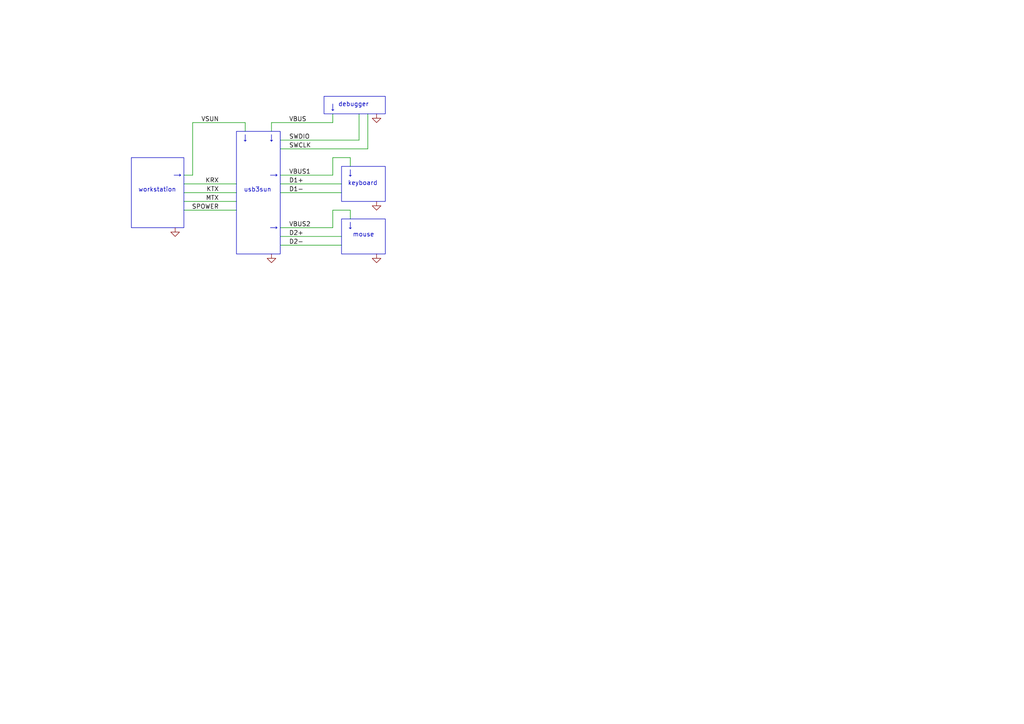
<source format=kicad_sch>
(kicad_sch (version 20230121) (generator eeschema)

  (uuid 53cbcc9d-294b-4de2-968c-263510894355)

  (paper "A4")

  (lib_symbols
    (symbol "power:GND" (power) (pin_names (offset 0)) (in_bom yes) (on_board yes)
      (property "Reference" "#PWR" (at 0 -6.35 0)
        (effects (font (size 1.27 1.27)) hide)
      )
      (property "Value" "GND" (at 0 -3.81 0)
        (effects (font (size 1.27 1.27)))
      )
      (property "Footprint" "" (at 0 0 0)
        (effects (font (size 1.27 1.27)) hide)
      )
      (property "Datasheet" "" (at 0 0 0)
        (effects (font (size 1.27 1.27)) hide)
      )
      (property "ki_keywords" "global power" (at 0 0 0)
        (effects (font (size 1.27 1.27)) hide)
      )
      (property "ki_description" "Power symbol creates a global label with name \"GND\" , ground" (at 0 0 0)
        (effects (font (size 1.27 1.27)) hide)
      )
      (symbol "GND_0_1"
        (polyline
          (pts
            (xy 0 0)
            (xy 0 -1.27)
            (xy 1.27 -1.27)
            (xy 0 -2.54)
            (xy -1.27 -1.27)
            (xy 0 -1.27)
          )
          (stroke (width 0) (type default))
          (fill (type none))
        )
      )
      (symbol "GND_1_1"
        (pin power_in line (at 0 0 270) (length 0) hide
          (name "GND" (effects (font (size 1.27 1.27))))
          (number "1" (effects (font (size 1.27 1.27))))
        )
      )
    )
  )


  (wire (pts (xy 81.28 71.12) (xy 99.06 71.12))
    (stroke (width 0) (type default))
    (uuid 07f4f3ec-8a3a-4564-9cba-e072185d8bd4)
  )
  (polyline (pts (xy 71.4375 40.64) (xy 71.12 40.9575))
    (stroke (width 0) (type default))
    (uuid 0a921052-ad48-4e50-bda7-e523644e0e3b)
  )
  (polyline (pts (xy 80.01 66.04) (xy 80.3275 66.04))
    (stroke (width 0) (type default))
    (uuid 1aa5c152-23ae-4c25-99ad-ef3fef91c7b1)
  )
  (polyline (pts (xy 78.74 40.64) (xy 78.74 40.9575))
    (stroke (width 0) (type default))
    (uuid 1e5b133c-c3e7-4b04-ac1b-d2c2b135626d)
  )

  (wire (pts (xy 81.28 53.34) (xy 99.06 53.34))
    (stroke (width 0) (type default))
    (uuid 206d085c-a4e8-415a-a461-7f283ae909ca)
  )
  (wire (pts (xy 96.52 60.96) (xy 101.6 60.96))
    (stroke (width 0) (type default))
    (uuid 261b5458-37d0-4706-a988-64e4cd36cdfe)
  )
  (polyline (pts (xy 96.52 30.1625) (xy 96.52 32.0675))
    (stroke (width 0) (type default))
    (uuid 2cd71fce-1421-4703-918e-be92c027615f)
  )

  (wire (pts (xy 96.52 33.02) (xy 96.52 35.56))
    (stroke (width 0) (type default))
    (uuid 354f4993-e32b-46bf-af29-9a1f4c99bd05)
  )
  (wire (pts (xy 78.74 35.56) (xy 96.52 35.56))
    (stroke (width 0) (type default))
    (uuid 3a4070cb-9f01-4a3c-bc13-eb35764f20c0)
  )
  (polyline (pts (xy 80.01 50.8) (xy 80.3275 50.8))
    (stroke (width 0) (type default))
    (uuid 423f0eb4-1ff8-4352-91fa-3fdc52879197)
  )
  (polyline (pts (xy 78.4225 66.04) (xy 80.3275 66.04))
    (stroke (width 0) (type default))
    (uuid 47a497b6-ef41-469d-926f-20cfa86967b2)
  )

  (wire (pts (xy 101.6 60.96) (xy 101.6 63.5))
    (stroke (width 0) (type default))
    (uuid 4d7a83a7-8091-4517-96c4-4ddfb78e8f97)
  )
  (polyline (pts (xy 101.6 49.2125) (xy 101.6 51.1175))
    (stroke (width 0) (type default))
    (uuid 4f589926-2c06-4816-a089-1dd6af5ad865)
  )
  (polyline (pts (xy 96.52 31.75) (xy 96.52 32.0675))
    (stroke (width 0) (type default))
    (uuid 54ce07bb-9a2c-4dc2-8c04-ba7afbe3c6df)
  )

  (wire (pts (xy 81.28 43.18) (xy 106.68 43.18))
    (stroke (width 0) (type default))
    (uuid 57cf35c8-a64a-4862-978e-da8aaa63f346)
  )
  (polyline (pts (xy 101.9175 66.04) (xy 101.6 66.3575))
    (stroke (width 0) (type default))
    (uuid 5ab7ab76-aee7-43e5-8aa7-ee1c72838d4f)
  )
  (polyline (pts (xy 80.01 65.7225) (xy 80.3275 66.04))
    (stroke (width 0) (type default))
    (uuid 6429990c-80ee-475e-9a1a-d9f2529b009d)
  )

  (wire (pts (xy 55.88 50.8) (xy 53.34 50.8))
    (stroke (width 0) (type default))
    (uuid 64c487fc-c30c-4e4e-bd1e-798bb7b911b9)
  )
  (polyline (pts (xy 79.0575 40.64) (xy 78.74 40.9575))
    (stroke (width 0) (type default))
    (uuid 68b20b87-974c-4aac-9409-a826a17de910)
  )
  (polyline (pts (xy 71.12 40.64) (xy 71.12 40.9575))
    (stroke (width 0) (type default))
    (uuid 68fcf60e-a27a-49d0-8737-9e404a937535)
  )
  (polyline (pts (xy 52.07 50.4825) (xy 52.3875 50.8))
    (stroke (width 0) (type default))
    (uuid 6a9dc458-0257-4f91-83e4-d2738673af8f)
  )

  (wire (pts (xy 81.28 55.88) (xy 99.06 55.88))
    (stroke (width 0) (type default))
    (uuid 6ca6f358-1439-433f-a810-bca0fd1baea3)
  )
  (polyline (pts (xy 52.07 50.8) (xy 52.3875 50.8))
    (stroke (width 0) (type default))
    (uuid 6dce2281-76a9-4618-9d32-44d0fe8d5d93)
  )

  (wire (pts (xy 96.52 45.72) (xy 96.52 50.8))
    (stroke (width 0) (type default))
    (uuid 6feb5453-5339-44c3-80d1-5d0a237afa05)
  )
  (wire (pts (xy 53.34 58.42) (xy 68.58 58.42))
    (stroke (width 0) (type default))
    (uuid 72bc9a34-7aac-41d9-88e1-fc25fca28a91)
  )
  (polyline (pts (xy 96.52 32.0675) (xy 96.2025 31.75))
    (stroke (width 0) (type default))
    (uuid 7c4c2f8c-6670-416b-9998-fd71310578b0)
  )

  (wire (pts (xy 78.74 35.56) (xy 78.74 38.1))
    (stroke (width 0) (type default))
    (uuid 812cc8e6-7751-4915-a1cb-62628563f106)
  )
  (wire (pts (xy 71.12 35.56) (xy 71.12 38.1))
    (stroke (width 0) (type default))
    (uuid 83a3acd4-7aed-477e-8d69-3c8e7a311aaa)
  )
  (wire (pts (xy 106.68 33.02) (xy 106.68 43.18))
    (stroke (width 0) (type default))
    (uuid 867cbfeb-3b97-4fd3-996e-f4d2280f7851)
  )
  (polyline (pts (xy 78.74 40.9575) (xy 78.4225 40.64))
    (stroke (width 0) (type default))
    (uuid 896420d7-a76f-4342-b52f-48716d837f0f)
  )
  (polyline (pts (xy 80.3275 50.8) (xy 80.01 51.1175))
    (stroke (width 0) (type default))
    (uuid 8cf2ced5-8210-43b1-80a5-5e32d3e13b61)
  )

  (wire (pts (xy 96.52 60.96) (xy 96.52 66.04))
    (stroke (width 0) (type default))
    (uuid 8dbf1116-3b4a-4395-aa30-41a963629143)
  )
  (wire (pts (xy 81.28 68.58) (xy 99.06 68.58))
    (stroke (width 0) (type default))
    (uuid 8dd815a5-6b60-4207-a8b3-d7d23202b14a)
  )
  (polyline (pts (xy 71.12 39.0525) (xy 71.12 40.9575))
    (stroke (width 0) (type default))
    (uuid 8ec298fa-edd6-4820-8602-4a14bcb20a8c)
  )
  (polyline (pts (xy 101.6 51.1175) (xy 101.2825 50.8))
    (stroke (width 0) (type default))
    (uuid 90e877b3-c5ae-4215-a4fe-7aa2eef0e962)
  )

  (wire (pts (xy 55.88 35.56) (xy 55.88 50.8))
    (stroke (width 0) (type default))
    (uuid 96c9d4e7-991e-437f-9d81-f417ffc99662)
  )
  (polyline (pts (xy 78.74 39.0525) (xy 78.74 40.9575))
    (stroke (width 0) (type default))
    (uuid 991f658e-37b5-4a30-b3bb-dbdee70e7ffe)
  )
  (polyline (pts (xy 78.4225 50.8) (xy 80.3275 50.8))
    (stroke (width 0) (type default))
    (uuid a3efe0a0-d3d0-4df7-a06f-3f20c0f0411a)
  )
  (polyline (pts (xy 50.4825 50.8) (xy 52.3875 50.8))
    (stroke (width 0) (type default))
    (uuid a83a6387-1f75-4578-a7e5-b7b97a5d1d39)
  )

  (wire (pts (xy 96.52 50.8) (xy 81.28 50.8))
    (stroke (width 0) (type default))
    (uuid a920b074-e998-4e8c-ae08-617038d02e4f)
  )
  (polyline (pts (xy 96.8375 31.75) (xy 96.52 32.0675))
    (stroke (width 0) (type default))
    (uuid ada982ea-f5aa-454c-83b2-8afd799c0755)
  )

  (wire (pts (xy 55.88 35.56) (xy 71.12 35.56))
    (stroke (width 0) (type default))
    (uuid afbc1e8c-cdff-4597-b8a9-7320119e3d11)
  )
  (wire (pts (xy 53.34 53.34) (xy 68.58 53.34))
    (stroke (width 0) (type default))
    (uuid b8eda3e9-c5a8-4b74-aa10-56d925260dde)
  )
  (polyline (pts (xy 71.12 40.9575) (xy 70.8025 40.64))
    (stroke (width 0) (type default))
    (uuid ba848907-103e-47f3-a38d-a5142e6a568e)
  )

  (wire (pts (xy 81.28 40.64) (xy 104.14 40.64))
    (stroke (width 0) (type default))
    (uuid bc0549e2-615a-48d1-9d3b-83d23031ca20)
  )
  (polyline (pts (xy 80.01 50.4825) (xy 80.3275 50.8))
    (stroke (width 0) (type default))
    (uuid bdfa03a4-3268-44cb-9adc-92ba5a99995a)
  )

  (wire (pts (xy 96.52 45.72) (xy 101.6 45.72))
    (stroke (width 0) (type default))
    (uuid c0486b83-c702-4d82-89d7-b134692a4369)
  )
  (polyline (pts (xy 101.9175 50.8) (xy 101.6 51.1175))
    (stroke (width 0) (type default))
    (uuid c483a204-ac9f-494e-90c4-199e15211b09)
  )

  (wire (pts (xy 53.34 55.88) (xy 68.58 55.88))
    (stroke (width 0) (type default))
    (uuid c70cb45a-8182-4a04-aab6-19ca0e4d3dad)
  )
  (wire (pts (xy 101.6 45.72) (xy 101.6 48.26))
    (stroke (width 0) (type default))
    (uuid cb3beef9-a358-4be9-84ad-9afe4b1e0644)
  )
  (wire (pts (xy 104.14 33.02) (xy 104.14 40.64))
    (stroke (width 0) (type default))
    (uuid cc9319e6-7a90-409c-921a-c1e4ca503f4c)
  )
  (polyline (pts (xy 80.3275 66.04) (xy 80.01 66.3575))
    (stroke (width 0) (type default))
    (uuid d0d0fd72-acb8-4f67-9a1e-ad1da1c26c07)
  )
  (polyline (pts (xy 101.6 66.04) (xy 101.6 66.3575))
    (stroke (width 0) (type default))
    (uuid d7c6d2bd-e681-430a-97df-f2657bdb036c)
  )
  (polyline (pts (xy 101.6 66.3575) (xy 101.2825 66.04))
    (stroke (width 0) (type default))
    (uuid dfeded8e-4137-45f6-8b49-737f7a0e1fcb)
  )

  (wire (pts (xy 96.52 66.04) (xy 81.28 66.04))
    (stroke (width 0) (type default))
    (uuid e42f18de-12fc-45c8-808f-b66e6bdc2d7c)
  )
  (polyline (pts (xy 101.6 64.4525) (xy 101.6 66.3575))
    (stroke (width 0) (type default))
    (uuid e831776f-a1fa-4245-89c8-22ee9473c81a)
  )
  (polyline (pts (xy 101.6 50.8) (xy 101.6 51.1175))
    (stroke (width 0) (type default))
    (uuid eb9ddfa7-3f69-4968-8068-1a05982bf480)
  )

  (wire (pts (xy 53.34 60.96) (xy 68.58 60.96))
    (stroke (width 0) (type default))
    (uuid f12bf1ac-84e7-4b72-942a-72242631c501)
  )
  (polyline (pts (xy 52.3875 50.8) (xy 52.07 51.1175))
    (stroke (width 0) (type default))
    (uuid fa03a894-253f-444d-9df5-b27da188eaa1)
  )

  (rectangle (start 99.06 58.42) (end 111.76 48.26)
    (stroke (width 0) (type default))
    (fill (type none))
    (uuid 275cfd89-fed9-4a3f-a63d-6eb480da38dc)
  )
  (rectangle (start 93.98 27.94) (end 111.76 33.02)
    (stroke (width 0) (type default))
    (fill (type none))
    (uuid 6033631b-e4d7-4a62-8488-7e0b8dd8c77e)
  )
  (rectangle (start 99.06 73.66) (end 111.76 63.5)
    (stroke (width 0) (type default))
    (fill (type none))
    (uuid 9fa4e6e7-e529-4d43-8f57-b01b180babd9)
  )
  (rectangle (start 38.1 45.72) (end 53.34 66.04)
    (stroke (width 0) (type default))
    (fill (type none))
    (uuid f1b5805a-685d-496a-afa6-b2652644bf9b)
  )
  (rectangle (start 68.58 38.1) (end 81.28 73.66)
    (stroke (width 0) (type default))
    (fill (type none))
    (uuid f9ec0426-34b0-4fc5-9922-13cb04e56b68)
  )

  (text "debugger" (at 106.9975 31.115 0)
    (effects (font (size 1.27 1.27)) (justify right bottom))
    (uuid 437a7b2d-c21a-46d8-b6f0-f60481ebb39d)
  )
  (text "workstation" (at 51.1175 55.88 0)
    (effects (font (size 1.27 1.27)) (justify right bottom))
    (uuid 4d54d47b-f818-496e-9eca-ee8fb27de304)
  )
  (text "usb3sun" (at 78.74 55.88 0)
    (effects (font (size 1.27 1.27)) (justify right bottom))
    (uuid 707a2727-e72b-485d-8957-02eaf58e1a06)
  )
  (text "mouse" (at 108.585 68.8975 0)
    (effects (font (size 1.27 1.27)) (justify right bottom))
    (uuid bd4e3e5d-821e-4f32-8300-66e66d613843)
  )
  (text "keyboard" (at 109.5375 53.975 0)
    (effects (font (size 1.27 1.27)) (justify right bottom))
    (uuid c6846d97-c0d8-4e69-a7c7-fa6afc0f3d5d)
  )

  (label "SWCLK" (at 83.82 43.18 0) (fields_autoplaced)
    (effects (font (size 1.27 1.27)) (justify left bottom))
    (uuid 1851b2b4-af4e-402b-8d78-084ad70d9446)
  )
  (label "D1+" (at 83.82 53.34 0) (fields_autoplaced)
    (effects (font (size 1.27 1.27)) (justify left bottom))
    (uuid 3118bbc6-b58e-4462-b083-e9d48372d559)
  )
  (label "SWDIO" (at 83.82 40.64 0) (fields_autoplaced)
    (effects (font (size 1.27 1.27)) (justify left bottom))
    (uuid 34297a36-ba20-4b49-af9d-c39ccb08dc5d)
  )
  (label "VBUS1" (at 83.82 50.8 0) (fields_autoplaced)
    (effects (font (size 1.27 1.27)) (justify left bottom))
    (uuid 3c9a44a7-11e7-4da5-9ac0-e0af562cc87d)
  )
  (label "SPOWER" (at 63.5 60.96 180) (fields_autoplaced)
    (effects (font (size 1.27 1.27)) (justify right bottom))
    (uuid 4a4bf018-bbe1-4e04-8cf3-6e50ec8bb61a)
  )
  (label "KTX" (at 63.5 55.88 180) (fields_autoplaced)
    (effects (font (size 1.27 1.27)) (justify right bottom))
    (uuid 4f68f837-ba20-48da-a06e-f2b6828cbab5)
  )
  (label "D2-" (at 83.82 71.12 0) (fields_autoplaced)
    (effects (font (size 1.27 1.27)) (justify left bottom))
    (uuid 603e16ba-adad-4066-9136-a72a6070138c)
  )
  (label "VSUN" (at 63.5 35.56 180) (fields_autoplaced)
    (effects (font (size 1.27 1.27)) (justify right bottom))
    (uuid 797aa678-7725-4230-8d96-63194ab8e0a8)
  )
  (label "D1-" (at 83.82 55.88 0) (fields_autoplaced)
    (effects (font (size 1.27 1.27)) (justify left bottom))
    (uuid 98ba119f-b34f-4759-b9b6-f23d767cfa96)
  )
  (label "D2+" (at 83.82 68.58 0) (fields_autoplaced)
    (effects (font (size 1.27 1.27)) (justify left bottom))
    (uuid b0eb3c86-8494-498f-a454-f2cf03fef891)
  )
  (label "VBUS" (at 83.82 35.56 0) (fields_autoplaced)
    (effects (font (size 1.27 1.27)) (justify left bottom))
    (uuid d597b0cf-50cf-4a3d-85d3-6e2d1a2e32f7)
  )
  (label "KRX" (at 63.5 53.34 180) (fields_autoplaced)
    (effects (font (size 1.27 1.27)) (justify right bottom))
    (uuid dabbc346-628c-47d9-ba8d-eafa753921f7)
  )
  (label "MTX" (at 63.5 58.42 180) (fields_autoplaced)
    (effects (font (size 1.27 1.27)) (justify right bottom))
    (uuid e5421781-763e-40ef-a095-90590f8389b0)
  )
  (label "VBUS2" (at 83.82 66.04 0) (fields_autoplaced)
    (effects (font (size 1.27 1.27)) (justify left bottom))
    (uuid ef39bb3c-5d5d-487b-a0b8-59f31f36968b)
  )

  (symbol (lib_id "power:GND") (at 78.74 73.66 0) (unit 1)
    (in_bom yes) (on_board yes) (dnp no) (fields_autoplaced)
    (uuid 03b465e9-0d96-4b46-9895-8ad03d450978)
    (property "Reference" "#PWR04" (at 78.74 80.01 0)
      (effects (font (size 1.27 1.27)) hide)
    )
    (property "Value" "GND" (at 78.74 78.74 0)
      (effects (font (size 1.27 1.27)) hide)
    )
    (property "Footprint" "" (at 78.74 73.66 0)
      (effects (font (size 1.27 1.27)) hide)
    )
    (property "Datasheet" "" (at 78.74 73.66 0)
      (effects (font (size 1.27 1.27)) hide)
    )
    (pin "1" (uuid 22b8dd48-ba95-483c-9935-cc8b873af2db))
    (instances
      (project "overview"
        (path "/53cbcc9d-294b-4de2-968c-263510894355"
          (reference "#PWR04") (unit 1)
        )
      )
    )
  )

  (symbol (lib_id "power:GND") (at 109.22 33.02 0) (unit 1)
    (in_bom yes) (on_board yes) (dnp no) (fields_autoplaced)
    (uuid 041cb007-229f-4434-ab04-37e8cd1584ce)
    (property "Reference" "#PWR01" (at 109.22 39.37 0)
      (effects (font (size 1.27 1.27)) hide)
    )
    (property "Value" "GND" (at 109.22 38.1 0)
      (effects (font (size 1.27 1.27)) hide)
    )
    (property "Footprint" "" (at 109.22 33.02 0)
      (effects (font (size 1.27 1.27)) hide)
    )
    (property "Datasheet" "" (at 109.22 33.02 0)
      (effects (font (size 1.27 1.27)) hide)
    )
    (pin "1" (uuid 895bbe52-9da6-4f6b-b4f4-9f098fc82d14))
    (instances
      (project "overview"
        (path "/53cbcc9d-294b-4de2-968c-263510894355"
          (reference "#PWR01") (unit 1)
        )
      )
    )
  )

  (symbol (lib_id "power:GND") (at 109.22 73.66 0) (unit 1)
    (in_bom yes) (on_board yes) (dnp no) (fields_autoplaced)
    (uuid 19481efa-46fe-4690-9df7-ad9ec2aad42c)
    (property "Reference" "#PWR03" (at 109.22 80.01 0)
      (effects (font (size 1.27 1.27)) hide)
    )
    (property "Value" "GND" (at 109.22 78.74 0)
      (effects (font (size 1.27 1.27)) hide)
    )
    (property "Footprint" "" (at 109.22 73.66 0)
      (effects (font (size 1.27 1.27)) hide)
    )
    (property "Datasheet" "" (at 109.22 73.66 0)
      (effects (font (size 1.27 1.27)) hide)
    )
    (pin "1" (uuid 7762c29d-76fc-40d6-a7ac-01a6a793babc))
    (instances
      (project "overview"
        (path "/53cbcc9d-294b-4de2-968c-263510894355"
          (reference "#PWR03") (unit 1)
        )
      )
    )
  )

  (symbol (lib_id "power:GND") (at 109.22 58.42 0) (unit 1)
    (in_bom yes) (on_board yes) (dnp no) (fields_autoplaced)
    (uuid 4438e899-e5d5-4a90-aae4-3e6dfd7e2f67)
    (property "Reference" "#PWR02" (at 109.22 64.77 0)
      (effects (font (size 1.27 1.27)) hide)
    )
    (property "Value" "GND" (at 109.22 63.5 0)
      (effects (font (size 1.27 1.27)) hide)
    )
    (property "Footprint" "" (at 109.22 58.42 0)
      (effects (font (size 1.27 1.27)) hide)
    )
    (property "Datasheet" "" (at 109.22 58.42 0)
      (effects (font (size 1.27 1.27)) hide)
    )
    (pin "1" (uuid 7eb9a972-d435-4e55-ba0d-9ee04861eba2))
    (instances
      (project "overview"
        (path "/53cbcc9d-294b-4de2-968c-263510894355"
          (reference "#PWR02") (unit 1)
        )
      )
    )
  )

  (symbol (lib_id "power:GND") (at 50.8 66.04 0) (unit 1)
    (in_bom yes) (on_board yes) (dnp no) (fields_autoplaced)
    (uuid b724574c-6a06-4f39-ab04-de5b845b29ed)
    (property "Reference" "#PWR05" (at 50.8 72.39 0)
      (effects (font (size 1.27 1.27)) hide)
    )
    (property "Value" "GND" (at 50.8 71.12 0)
      (effects (font (size 1.27 1.27)) hide)
    )
    (property "Footprint" "" (at 50.8 66.04 0)
      (effects (font (size 1.27 1.27)) hide)
    )
    (property "Datasheet" "" (at 50.8 66.04 0)
      (effects (font (size 1.27 1.27)) hide)
    )
    (pin "1" (uuid c0d662d4-46eb-424c-972e-de2fb6956169))
    (instances
      (project "overview"
        (path "/53cbcc9d-294b-4de2-968c-263510894355"
          (reference "#PWR05") (unit 1)
        )
      )
    )
  )

  (sheet_instances
    (path "/" (page "1"))
  )
)

</source>
